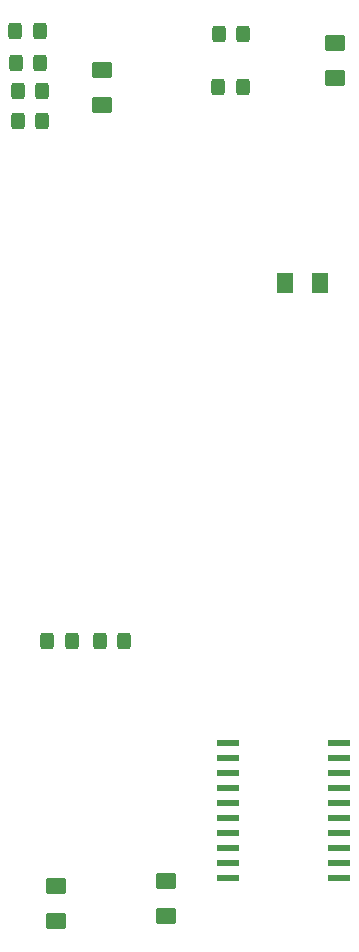
<source format=gbr>
%TF.GenerationSoftware,KiCad,Pcbnew,8.0.6+1*%
%TF.CreationDate,2024-11-21T22:42:01+01:00*%
%TF.ProjectId,8051,38303531-2e6b-4696-9361-645f70636258,rev?*%
%TF.SameCoordinates,Original*%
%TF.FileFunction,Paste,Bot*%
%TF.FilePolarity,Positive*%
%FSLAX46Y46*%
G04 Gerber Fmt 4.6, Leading zero omitted, Abs format (unit mm)*
G04 Created by KiCad (PCBNEW 8.0.6+1) date 2024-11-21 22:42:01*
%MOMM*%
%LPD*%
G01*
G04 APERTURE LIST*
G04 Aperture macros list*
%AMRoundRect*
0 Rectangle with rounded corners*
0 $1 Rounding radius*
0 $2 $3 $4 $5 $6 $7 $8 $9 X,Y pos of 4 corners*
0 Add a 4 corners polygon primitive as box body*
4,1,4,$2,$3,$4,$5,$6,$7,$8,$9,$2,$3,0*
0 Add four circle primitives for the rounded corners*
1,1,$1+$1,$2,$3*
1,1,$1+$1,$4,$5*
1,1,$1+$1,$6,$7*
1,1,$1+$1,$8,$9*
0 Add four rect primitives between the rounded corners*
20,1,$1+$1,$2,$3,$4,$5,0*
20,1,$1+$1,$4,$5,$6,$7,0*
20,1,$1+$1,$6,$7,$8,$9,0*
20,1,$1+$1,$8,$9,$2,$3,0*%
G04 Aperture macros list end*
%ADD10RoundRect,0.250000X-0.625000X0.462500X-0.625000X-0.462500X0.625000X-0.462500X0.625000X0.462500X0*%
%ADD11R,1.950000X0.600000*%
%ADD12RoundRect,0.249999X0.325001X0.450001X-0.325001X0.450001X-0.325001X-0.450001X0.325001X-0.450001X0*%
%ADD13RoundRect,0.250000X0.462500X0.625000X-0.462500X0.625000X-0.462500X-0.625000X0.462500X-0.625000X0*%
G04 APERTURE END LIST*
D10*
%TO.C,C3*%
X123250000Y-64275000D03*
X123250000Y-67250000D03*
%TD*%
D11*
%TO.C,U4*%
X114198400Y-134924800D03*
X114198400Y-133654800D03*
X114198400Y-132384800D03*
X114198400Y-131114800D03*
X114198400Y-129844800D03*
X114198400Y-128574800D03*
X114198400Y-127304800D03*
X114198400Y-126034800D03*
X114198400Y-124764800D03*
X114198400Y-123494800D03*
X123598400Y-123494800D03*
X123598400Y-124764800D03*
X123598400Y-126034800D03*
X123598400Y-127304800D03*
X123598400Y-128574800D03*
X123598400Y-129844800D03*
X123598400Y-131114800D03*
X123598400Y-132384800D03*
X123598400Y-133654800D03*
X123598400Y-134924800D03*
%TD*%
D10*
%TO.C,C6*%
X108966000Y-135201000D03*
X108966000Y-138176000D03*
%TD*%
%TO.C,C7*%
X99618800Y-135607400D03*
X99618800Y-138582400D03*
%TD*%
D12*
%TO.C,R2*%
X115461000Y-63500000D03*
X113411000Y-63500000D03*
%TD*%
%TO.C,R3*%
X115443000Y-67945000D03*
X113393000Y-67945000D03*
%TD*%
%TO.C,R4*%
X100965000Y-114858800D03*
X98915000Y-114858800D03*
%TD*%
%TO.C,R6*%
X105410000Y-114858800D03*
X103360000Y-114858800D03*
%TD*%
%TO.C,R1*%
X98250000Y-63250000D03*
X96200000Y-63250000D03*
%TD*%
%TO.C,R7*%
X98298000Y-65913000D03*
X96248000Y-65913000D03*
%TD*%
%TO.C,R8*%
X98443000Y-68326000D03*
X96393000Y-68326000D03*
%TD*%
%TO.C,R9*%
X98434000Y-70866000D03*
X96384000Y-70866000D03*
%TD*%
D13*
%TO.C,C5*%
X122021600Y-84607400D03*
X119046600Y-84607400D03*
%TD*%
D10*
%TO.C,C8*%
X103500000Y-66512500D03*
X103500000Y-69487500D03*
%TD*%
M02*

</source>
